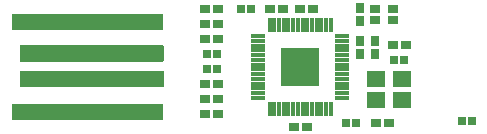
<source format=gts>
G04 Layer: TopSolderMaskLayer*
G04 EasyEDA v6.5.46, 2025-02-01 21:24:59*
G04 3faa27f7c1044bbbb46ecef337df57e6,286660f9466f4c8aba87c6f7285b94de,10*
G04 Gerber Generator version 0.2*
G04 Scale: 100 percent, Rotated: No, Reflected: No *
G04 Dimensions in millimeters *
G04 leading zeros omitted , absolute positions ,4 integer and 5 decimal *
%FSLAX45Y45*%
%MOMM*%

%AMMACRO1*4,1,8,-0.3039,-0.3208,-0.3336,-0.291,-0.3336,0.2911,-0.3039,0.3208,0.3038,0.3208,0.3336,0.2911,0.3336,-0.291,0.3038,-0.3208,-0.3039,-0.3208,0*%
%AMMACRO2*4,1,8,-0.2911,-0.4458,-0.3208,-0.4161,-0.3208,0.4161,-0.2911,0.4458,0.291,0.4458,0.3208,0.4161,0.3208,-0.4161,0.291,-0.4458,-0.2911,-0.4458,0*%
%AMMACRO3*4,1,8,-0.4161,-0.3208,-0.4458,-0.291,-0.4458,0.2911,-0.4161,0.3208,0.4161,0.3208,0.4458,0.2911,0.4458,-0.291,0.4161,-0.3208,-0.4161,-0.3208,0*%
%AMMACRO4*4,1,8,-0.4207,-0.375,-0.45,-0.3457,-0.45,0.3457,-0.4207,0.375,0.4207,0.375,0.45,0.3457,0.45,-0.3457,0.4207,-0.375,-0.4207,-0.375,0*%
%AMMACRO5*4,1,8,-0.1207,-0.6,-0.15,-0.5707,-0.15,0.5707,-0.1207,0.6,0.1207,0.6,0.15,0.5707,0.15,-0.5707,0.1207,-0.6,-0.1207,-0.6,0*%
%AMMACRO6*4,1,8,-0.5707,-0.15,-0.6,-0.1207,-0.6,0.1207,-0.5707,0.15,0.5707,0.15,0.6,0.1207,0.6,-0.1207,0.5707,-0.15,-0.5707,-0.15,0*%
%AMMACRO7*4,1,8,-1.5707,-1.6,-1.6,-1.5707,-1.6,1.5707,-1.5707,1.6,1.5707,1.6,1.6,1.5707,1.6,-1.5707,1.5707,-1.6,-1.5707,-1.6,0*%
%AMMACRO8*4,1,8,-0.7211,-0.6508,-0.7508,-0.621,-0.7508,0.6211,-0.7211,0.6508,0.721,0.6508,0.7508,0.6211,0.7508,-0.621,0.721,-0.6508,-0.7211,-0.6508,0*%
%ADD10MACRO1*%
%ADD11MACRO2*%
%ADD12MACRO3*%
%ADD13MACRO4*%
%ADD14MACRO5*%
%ADD15MACRO6*%
%ADD16MACRO7*%
%ADD17MACRO8*%
%ADD18C,0.0194*%

%LPD*%
G36*
X-1346200Y414020D02*
G01*
X-1346697Y414045D01*
X-1347190Y414116D01*
X-1347675Y414238D01*
X-1348143Y414406D01*
X-1348595Y414619D01*
X-1349021Y414875D01*
X-1349423Y415173D01*
X-1349791Y415508D01*
X-1350126Y415876D01*
X-1350424Y416278D01*
X-1350680Y416704D01*
X-1350893Y417156D01*
X-1351061Y417624D01*
X-1351183Y418109D01*
X-1351254Y418602D01*
X-1351279Y419100D01*
X-1351279Y546100D01*
X-1351254Y546597D01*
X-1351183Y547090D01*
X-1351061Y547575D01*
X-1350893Y548043D01*
X-1350680Y548495D01*
X-1350424Y548921D01*
X-1350126Y549323D01*
X-1349791Y549691D01*
X-1349423Y550026D01*
X-1349021Y550324D01*
X-1348595Y550580D01*
X-1348143Y550793D01*
X-1347675Y550961D01*
X-1347190Y551083D01*
X-1346697Y551154D01*
X-1346200Y551179D01*
X-76200Y551179D01*
X-75702Y551154D01*
X-75209Y551083D01*
X-74724Y550961D01*
X-74256Y550793D01*
X-73804Y550580D01*
X-73378Y550324D01*
X-72976Y550026D01*
X-72608Y549691D01*
X-72273Y549323D01*
X-71975Y548921D01*
X-71719Y548495D01*
X-71506Y548043D01*
X-71338Y547575D01*
X-71216Y547090D01*
X-71145Y546597D01*
X-71120Y546100D01*
X-71120Y419100D01*
X-71145Y418602D01*
X-71216Y418109D01*
X-71338Y417624D01*
X-71506Y417156D01*
X-71719Y416704D01*
X-71975Y416278D01*
X-72273Y415876D01*
X-72608Y415508D01*
X-72976Y415173D01*
X-73378Y414875D01*
X-73804Y414619D01*
X-74256Y414406D01*
X-74724Y414238D01*
X-75209Y414116D01*
X-75702Y414045D01*
X-76200Y414020D01*
G37*
G36*
X-1276350Y147320D02*
G01*
X-1276847Y147345D01*
X-1277340Y147416D01*
X-1277825Y147538D01*
X-1278293Y147706D01*
X-1278745Y147919D01*
X-1279171Y148175D01*
X-1279573Y148473D01*
X-1279941Y148808D01*
X-1280276Y149176D01*
X-1280574Y149578D01*
X-1280830Y150004D01*
X-1281043Y150456D01*
X-1281211Y150924D01*
X-1281333Y151409D01*
X-1281404Y151902D01*
X-1281429Y152400D01*
X-1281429Y279400D01*
X-1281404Y279897D01*
X-1281333Y280390D01*
X-1281211Y280875D01*
X-1281043Y281343D01*
X-1280830Y281795D01*
X-1280574Y282221D01*
X-1280276Y282623D01*
X-1279941Y282991D01*
X-1279573Y283326D01*
X-1279171Y283624D01*
X-1278745Y283880D01*
X-1278293Y284093D01*
X-1277825Y284261D01*
X-1277340Y284383D01*
X-1276847Y284454D01*
X-1276350Y284479D01*
X-69850Y284479D01*
X-69352Y284454D01*
X-68859Y284383D01*
X-68374Y284261D01*
X-67906Y284093D01*
X-67454Y283880D01*
X-67028Y283624D01*
X-66626Y283326D01*
X-66258Y282991D01*
X-65923Y282623D01*
X-65625Y282221D01*
X-65369Y281795D01*
X-65156Y281343D01*
X-64988Y280875D01*
X-64866Y280390D01*
X-64795Y279897D01*
X-64770Y279400D01*
X-64770Y152400D01*
X-64795Y151902D01*
X-64866Y151409D01*
X-64988Y150924D01*
X-65156Y150456D01*
X-65369Y150004D01*
X-65625Y149578D01*
X-65923Y149176D01*
X-66258Y148808D01*
X-66626Y148473D01*
X-67028Y148175D01*
X-67454Y147919D01*
X-67906Y147706D01*
X-68374Y147538D01*
X-68859Y147416D01*
X-69352Y147345D01*
X-69850Y147320D01*
G37*
G36*
X-1276350Y-68579D02*
G01*
X-1276847Y-68554D01*
X-1277340Y-68483D01*
X-1277825Y-68361D01*
X-1278293Y-68193D01*
X-1278745Y-67980D01*
X-1279171Y-67724D01*
X-1279573Y-67426D01*
X-1279941Y-67091D01*
X-1280276Y-66723D01*
X-1280574Y-66321D01*
X-1280830Y-65895D01*
X-1281043Y-65443D01*
X-1281211Y-64975D01*
X-1281333Y-64490D01*
X-1281404Y-63997D01*
X-1281429Y-63500D01*
X-1281429Y63500D01*
X-1281404Y63997D01*
X-1281333Y64490D01*
X-1281211Y64975D01*
X-1281043Y65443D01*
X-1280830Y65895D01*
X-1280574Y66321D01*
X-1280276Y66723D01*
X-1279941Y67091D01*
X-1279573Y67426D01*
X-1279171Y67724D01*
X-1278745Y67980D01*
X-1278293Y68193D01*
X-1277825Y68361D01*
X-1277340Y68483D01*
X-1276847Y68554D01*
X-1276350Y68579D01*
X-69850Y68579D01*
X-69352Y68554D01*
X-68859Y68483D01*
X-68374Y68361D01*
X-67906Y68193D01*
X-67454Y67980D01*
X-67028Y67724D01*
X-66626Y67426D01*
X-66258Y67091D01*
X-65923Y66723D01*
X-65625Y66321D01*
X-65369Y65895D01*
X-65156Y65443D01*
X-64988Y64975D01*
X-64866Y64490D01*
X-64795Y63997D01*
X-64770Y63500D01*
X-64770Y-63500D01*
X-64795Y-63997D01*
X-64866Y-64490D01*
X-64988Y-64975D01*
X-65156Y-65443D01*
X-65369Y-65895D01*
X-65625Y-66321D01*
X-65923Y-66723D01*
X-66258Y-67091D01*
X-66626Y-67426D01*
X-67028Y-67724D01*
X-67454Y-67980D01*
X-67906Y-68193D01*
X-68374Y-68361D01*
X-68859Y-68483D01*
X-69352Y-68554D01*
X-69850Y-68579D01*
G37*
G36*
X-1346200Y-347979D02*
G01*
X-1346697Y-347954D01*
X-1347190Y-347883D01*
X-1347675Y-347761D01*
X-1348143Y-347593D01*
X-1348595Y-347380D01*
X-1349021Y-347124D01*
X-1349423Y-346826D01*
X-1349791Y-346491D01*
X-1350126Y-346123D01*
X-1350424Y-345721D01*
X-1350680Y-345295D01*
X-1350893Y-344843D01*
X-1351061Y-344375D01*
X-1351183Y-343890D01*
X-1351254Y-343397D01*
X-1351279Y-342900D01*
X-1351279Y-215900D01*
X-1351254Y-215402D01*
X-1351183Y-214909D01*
X-1351061Y-214424D01*
X-1350893Y-213956D01*
X-1350680Y-213504D01*
X-1350424Y-213078D01*
X-1350126Y-212676D01*
X-1349791Y-212308D01*
X-1349423Y-211973D01*
X-1349021Y-211675D01*
X-1348595Y-211419D01*
X-1348143Y-211206D01*
X-1347675Y-211038D01*
X-1347190Y-210916D01*
X-1346697Y-210845D01*
X-1346200Y-210820D01*
X-76200Y-210820D01*
X-75702Y-210845D01*
X-75209Y-210916D01*
X-74724Y-211038D01*
X-74256Y-211206D01*
X-73804Y-211419D01*
X-73378Y-211675D01*
X-72976Y-211973D01*
X-72608Y-212308D01*
X-72273Y-212676D01*
X-71975Y-213078D01*
X-71719Y-213504D01*
X-71506Y-213956D01*
X-71338Y-214424D01*
X-71216Y-214909D01*
X-71145Y-215402D01*
X-71120Y-215900D01*
X-71120Y-342900D01*
X-71145Y-343397D01*
X-71216Y-343890D01*
X-71338Y-344375D01*
X-71506Y-344843D01*
X-71719Y-345295D01*
X-71975Y-345721D01*
X-72273Y-346123D01*
X-72608Y-346491D01*
X-72976Y-346826D01*
X-73378Y-347124D01*
X-73804Y-347380D01*
X-74256Y-347593D01*
X-74724Y-347761D01*
X-75209Y-347883D01*
X-75702Y-347954D01*
X-76200Y-347979D01*
G37*
D10*
G01*
X1480717Y-368300D03*
G01*
X1567282Y-368300D03*
D11*
G01*
X1600200Y212194D03*
G01*
X1600200Y321205D03*
G01*
X1600200Y491594D03*
G01*
X1600200Y600605D03*
D12*
G01*
X397405Y-165100D03*
G01*
X288394Y-165100D03*
G01*
X397405Y-38100D03*
G01*
X288394Y-38100D03*
G01*
X1197505Y596900D03*
G01*
X1088494Y596900D03*
G01*
X834494Y596900D03*
G01*
X943505Y596900D03*
G01*
X1146705Y-406400D03*
G01*
X1037694Y-406400D03*
G01*
X397405Y342900D03*
G01*
X288394Y342900D03*
G01*
X397405Y469900D03*
G01*
X288394Y469900D03*
G01*
X397405Y-292100D03*
G01*
X288394Y-292100D03*
D11*
G01*
X1727200Y321205D03*
G01*
X1727200Y212194D03*
D12*
G01*
X288394Y596900D03*
G01*
X397405Y596900D03*
G01*
X1736194Y-368300D03*
G01*
X1845205Y-368300D03*
G01*
X1984905Y292100D03*
G01*
X1875894Y292100D03*
D13*
G01*
X1728398Y591107D03*
G01*
X1728398Y501092D03*
G01*
X1878401Y501092D03*
G01*
X1878401Y591107D03*
D10*
G01*
X678282Y596900D03*
G01*
X591717Y596900D03*
G01*
X299617Y215900D03*
G01*
X386182Y215900D03*
G01*
X299617Y88900D03*
G01*
X386182Y88900D03*
G01*
X1887117Y165100D03*
G01*
X1973682Y165100D03*
D14*
G01*
X832192Y-253409D03*
G01*
X872197Y-253409D03*
G01*
X912202Y-253409D03*
G01*
X952207Y-253409D03*
G01*
X992187Y-253409D03*
G01*
X1032192Y-253409D03*
G01*
X1072197Y-253409D03*
G01*
X1112202Y-253409D03*
G01*
X1152207Y-253409D03*
G01*
X1192187Y-253409D03*
G01*
X1232192Y-253409D03*
G01*
X1272197Y-253409D03*
G01*
X1312202Y-253409D03*
G01*
X1352207Y-253409D03*
D15*
G01*
X1447195Y-158394D03*
G01*
X1447195Y-118414D03*
G01*
X1447195Y-78409D03*
G01*
X1447195Y-38404D03*
G01*
X1447195Y1600D03*
G01*
X1447195Y41605D03*
G01*
X1447195Y81584D03*
G01*
X1447195Y121589D03*
G01*
X1447195Y161594D03*
G01*
X1447195Y201599D03*
G01*
X1447195Y241604D03*
G01*
X1447195Y281584D03*
G01*
X1447195Y321589D03*
G01*
X1447195Y361594D03*
D14*
G01*
X1352207Y456608D03*
G01*
X1312202Y456608D03*
G01*
X1272197Y456608D03*
G01*
X1232192Y456608D03*
G01*
X1192187Y456608D03*
G01*
X1152207Y456608D03*
G01*
X1112202Y456608D03*
G01*
X1072197Y456608D03*
G01*
X1032192Y456608D03*
G01*
X992187Y456608D03*
G01*
X952207Y456608D03*
G01*
X912202Y456608D03*
G01*
X872197Y456608D03*
G01*
X832192Y456608D03*
D15*
G01*
X737204Y361594D03*
G01*
X737204Y321589D03*
G01*
X737204Y281584D03*
G01*
X737204Y241604D03*
G01*
X737204Y201599D03*
G01*
X737204Y161594D03*
G01*
X737204Y121589D03*
G01*
X737204Y81584D03*
G01*
X737204Y41605D03*
G01*
X737204Y1600D03*
G01*
X737204Y-38404D03*
G01*
X737204Y-78409D03*
G01*
X737204Y-118414D03*
G01*
X737204Y-158394D03*
D16*
G01*
X1092194Y101594D03*
D17*
G01*
X1731500Y-173888D03*
G01*
X1951499Y-173888D03*
G01*
X1951499Y-3886D03*
G01*
X1731500Y-3886D03*
D10*
G01*
X2545182Y-355600D03*
G01*
X2458617Y-355600D03*
M02*

</source>
